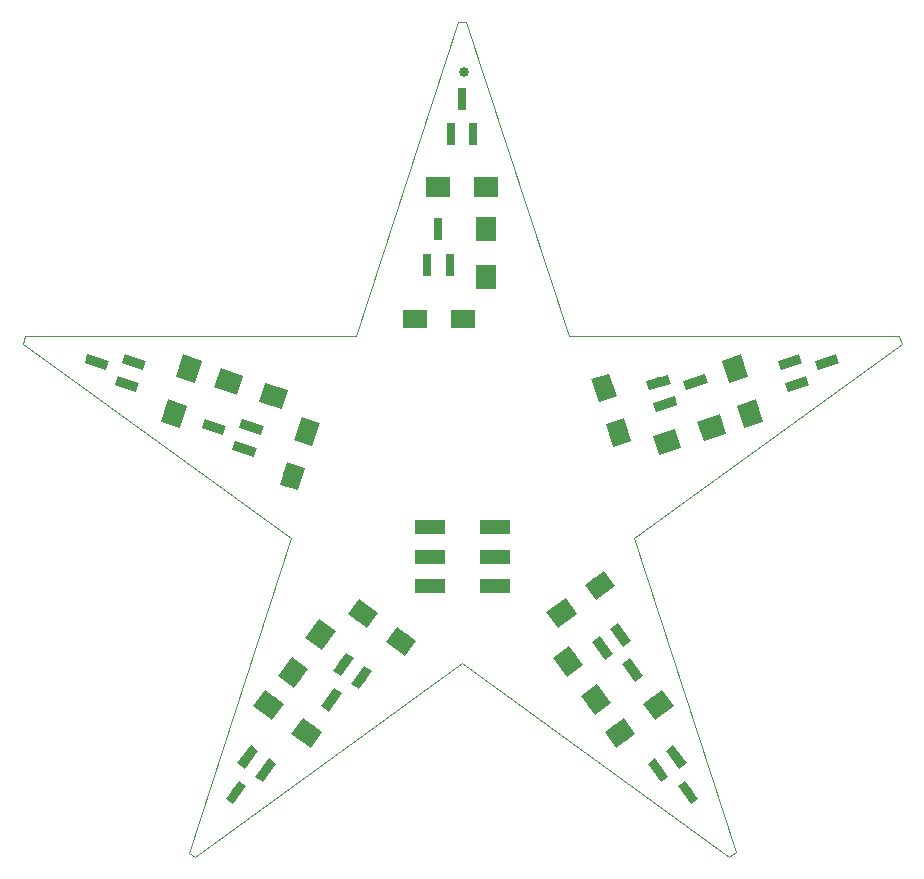
<source format=gts>
G04 #@! TF.GenerationSoftware,KiCad,Pcbnew,(5.0.0)*
G04 #@! TF.CreationDate,2018-11-25T22:53:09-05:00*
G04 #@! TF.ProjectId,Blink_Badge,426C696E6B5F42616467652E6B696361,B*
G04 #@! TF.SameCoordinates,Original*
G04 #@! TF.FileFunction,Soldermask,Top*
G04 #@! TF.FilePolarity,Negative*
%FSLAX46Y46*%
G04 Gerber Fmt 4.6, Leading zero omitted, Abs format (unit mm)*
G04 Created by KiCad (PCBNEW (5.0.0)) date 11/25/18 22:53:09*
%MOMM*%
%LPD*%
G01*
G04 APERTURE LIST*
%ADD10C,0.100000*%
%ADD11R,2.500000X1.200000*%
%ADD12R,2.000000X1.600000*%
%ADD13C,1.600000*%
%ADD14C,0.150000*%
%ADD15C,1.700000*%
%ADD16R,2.000000X1.700000*%
%ADD17R,1.700000X2.000000*%
%ADD18R,0.800000X1.900000*%
%ADD19C,0.800000*%
%ADD20C,0.850000*%
G04 APERTURE END LIST*
D10*
X159900000Y-140450000D02*
X160475000Y-140025000D01*
X114100000Y-140075000D02*
X114625000Y-140475000D01*
X100250000Y-96350000D02*
X100050000Y-96975000D01*
X136950000Y-69700000D02*
X137625000Y-69700000D01*
X174250000Y-96350000D02*
X174475000Y-97025000D01*
X174250000Y-96350000D02*
X146290000Y-96345000D01*
X137290000Y-123995000D02*
X114625000Y-140475000D01*
X159900000Y-140450000D02*
X137290000Y-123995000D01*
X151840000Y-113445000D02*
X160475000Y-140025000D01*
X174475000Y-97025000D02*
X151840000Y-113445000D01*
X122740000Y-113445000D02*
X114100000Y-140075000D01*
X100050000Y-96975000D02*
X122740000Y-113445000D01*
X128290000Y-96345000D02*
X100250000Y-96350000D01*
X136950000Y-69700000D02*
X128290000Y-96345000D01*
X137625000Y-69700000D02*
X146290000Y-96345000D01*
D11*
G04 #@! TO.C,S1*
X134540000Y-117500000D03*
X134540000Y-115000000D03*
X134540000Y-112500000D03*
X140040000Y-112500000D03*
X140040000Y-115000000D03*
X140040000Y-117500000D03*
G04 #@! TD*
D12*
G04 #@! TO.C,C1*
X137300000Y-94900000D03*
X133300000Y-94900000D03*
G04 #@! TD*
D13*
G04 #@! TO.C,C2*
X149281966Y-100697887D03*
D14*
G36*
X148212104Y-99994044D02*
X149733794Y-99499617D01*
X150351828Y-101401730D01*
X148830138Y-101896157D01*
X148212104Y-99994044D01*
X148212104Y-99994044D01*
G37*
D13*
X150518034Y-104502113D03*
D14*
G36*
X149448172Y-103798270D02*
X150969862Y-103303843D01*
X151587896Y-105205956D01*
X150066206Y-105700383D01*
X149448172Y-103798270D01*
X149448172Y-103798270D01*
G37*
G04 #@! TD*
D13*
G04 #@! TO.C,C3*
X145681966Y-119775571D03*
D14*
G36*
X146020755Y-118540572D02*
X146961211Y-119834999D01*
X145343177Y-121010570D01*
X144402721Y-119716143D01*
X146020755Y-118540572D01*
X146020755Y-118540572D01*
G37*
D13*
X148918034Y-117424429D03*
D14*
G36*
X149256823Y-116189430D02*
X150197279Y-117483857D01*
X148579245Y-118659428D01*
X147638789Y-117365001D01*
X149256823Y-116189430D01*
X149256823Y-116189430D01*
G37*
G04 #@! TD*
D13*
G04 #@! TO.C,C4*
X132118034Y-122175571D03*
D14*
G36*
X133397279Y-122116143D02*
X132456823Y-123410570D01*
X130838789Y-122234999D01*
X131779245Y-120940572D01*
X133397279Y-122116143D01*
X133397279Y-122116143D01*
G37*
D13*
X128881966Y-119824429D03*
D14*
G36*
X130161211Y-119765001D02*
X129220755Y-121059428D01*
X127602721Y-119883857D01*
X128543177Y-118589430D01*
X130161211Y-119765001D01*
X130161211Y-119765001D01*
G37*
G04 #@! TD*
D13*
G04 #@! TO.C,C5*
X124118034Y-104397887D03*
D14*
G36*
X124569862Y-105596157D02*
X123048172Y-105101730D01*
X123666206Y-103199617D01*
X125187896Y-103694044D01*
X124569862Y-105596157D01*
X124569862Y-105596157D01*
G37*
D13*
X122881966Y-108202113D03*
D14*
G36*
X123333794Y-109400383D02*
X121812104Y-108905956D01*
X122430138Y-107003843D01*
X123951828Y-107498270D01*
X123333794Y-109400383D01*
X123333794Y-109400383D01*
G37*
G04 #@! TD*
D15*
G04 #@! TO.C,R7*
X120881966Y-127574429D03*
D14*
G36*
X119573332Y-127674308D02*
X120572566Y-126298979D01*
X122190600Y-127474550D01*
X121191366Y-128849879D01*
X119573332Y-127674308D01*
X119573332Y-127674308D01*
G37*
D15*
X124118034Y-129925571D03*
D14*
G36*
X122809400Y-130025450D02*
X123808634Y-128650121D01*
X125426668Y-129825692D01*
X124427434Y-131201021D01*
X122809400Y-130025450D01*
X122809400Y-130025450D01*
G37*
G04 #@! TD*
D16*
G04 #@! TO.C,R1*
X135250000Y-83750000D03*
X139250000Y-83750000D03*
G04 #@! TD*
D15*
G04 #@! TO.C,R3*
X161618034Y-102902113D03*
D14*
G36*
X162735449Y-103590505D02*
X161118653Y-104115834D01*
X160500619Y-102213721D01*
X162117415Y-101688392D01*
X162735449Y-103590505D01*
X162735449Y-103590505D01*
G37*
D15*
X160381966Y-99097887D03*
D14*
G36*
X161499381Y-99786279D02*
X159882585Y-100311608D01*
X159264551Y-98409495D01*
X160881347Y-97884166D01*
X161499381Y-99786279D01*
X161499381Y-99786279D01*
G37*
G04 #@! TD*
D15*
G04 #@! TO.C,R4*
X158402113Y-104081966D03*
D14*
G36*
X157713721Y-105199381D02*
X157188392Y-103582585D01*
X159090505Y-102964551D01*
X159615834Y-104581347D01*
X157713721Y-105199381D01*
X157713721Y-105199381D01*
G37*
D15*
X154597887Y-105318034D03*
D14*
G36*
X153909495Y-106435449D02*
X153384166Y-104818653D01*
X155286279Y-104200619D01*
X155811608Y-105817415D01*
X153909495Y-106435449D01*
X153909495Y-106435449D01*
G37*
G04 #@! TD*
D15*
G04 #@! TO.C,R5*
X150631966Y-129925571D03*
D14*
G36*
X150322566Y-131201021D02*
X149323332Y-129825692D01*
X150941366Y-128650121D01*
X151940600Y-130025450D01*
X150322566Y-131201021D01*
X150322566Y-131201021D01*
G37*
D15*
X153868034Y-127574429D03*
D14*
G36*
X153558634Y-128849879D02*
X152559400Y-127474550D01*
X154177434Y-126298979D01*
X155176668Y-127674308D01*
X153558634Y-128849879D01*
X153558634Y-128849879D01*
G37*
G04 #@! TD*
D15*
G04 #@! TO.C,R9*
X112881966Y-102902113D03*
D14*
G36*
X112382585Y-101688392D02*
X113999381Y-102213721D01*
X113381347Y-104115834D01*
X111764551Y-103590505D01*
X112382585Y-101688392D01*
X112382585Y-101688392D01*
G37*
D15*
X114118034Y-99097887D03*
D14*
G36*
X113618653Y-97884166D02*
X115235449Y-98409495D01*
X114617415Y-100311608D01*
X113000619Y-99786279D01*
X113618653Y-97884166D01*
X113618653Y-97884166D01*
G37*
G04 #@! TD*
D15*
G04 #@! TO.C,R8*
X125275571Y-121581966D03*
D14*
G36*
X125175692Y-120273332D02*
X126551021Y-121272566D01*
X125375450Y-122890600D01*
X124000121Y-121891366D01*
X125175692Y-120273332D01*
X125175692Y-120273332D01*
G37*
D15*
X122924429Y-124818034D03*
D14*
G36*
X122824550Y-123509400D02*
X124199879Y-124508634D01*
X123024308Y-126126668D01*
X121648979Y-125127434D01*
X122824550Y-123509400D01*
X122824550Y-123509400D01*
G37*
G04 #@! TD*
D15*
G04 #@! TO.C,R6*
X148575571Y-127118034D03*
D14*
G36*
X147300121Y-126808634D02*
X148675450Y-125809400D01*
X149851021Y-127427434D01*
X148475692Y-128426668D01*
X147300121Y-126808634D01*
X147300121Y-126808634D01*
G37*
D15*
X146224429Y-123881966D03*
D14*
G36*
X144948979Y-123572566D02*
X146324308Y-122573332D01*
X147499879Y-124191366D01*
X146124550Y-125190600D01*
X144948979Y-123572566D01*
X144948979Y-123572566D01*
G37*
G04 #@! TD*
D15*
G04 #@! TO.C,R10*
X121302113Y-101418034D03*
D14*
G36*
X122515834Y-100918653D02*
X121990505Y-102535449D01*
X120088392Y-101917415D01*
X120613721Y-100300619D01*
X122515834Y-100918653D01*
X122515834Y-100918653D01*
G37*
D15*
X117497887Y-100181966D03*
D14*
G36*
X118711608Y-99682585D02*
X118186279Y-101299381D01*
X116284166Y-100681347D01*
X116809495Y-99064551D01*
X118711608Y-99682585D01*
X118711608Y-99682585D01*
G37*
G04 #@! TD*
D17*
G04 #@! TO.C,R2*
X139300000Y-87300000D03*
X139300000Y-91300000D03*
G04 #@! TD*
D18*
G04 #@! TO.C,D1*
X137250000Y-76250000D03*
X138200000Y-79250000D03*
X136300000Y-79250000D03*
G04 #@! TD*
D19*
G04 #@! TO.C,D2*
X168176585Y-98536475D03*
D14*
G36*
X167396688Y-99210464D02*
X167149475Y-98449619D01*
X168956482Y-97862486D01*
X169203695Y-98623331D01*
X167396688Y-99210464D01*
X167396688Y-99210464D01*
G37*
D19*
X165616981Y-100367029D03*
D14*
G36*
X164837084Y-101041018D02*
X164589871Y-100280173D01*
X166396878Y-99693040D01*
X166644091Y-100453885D01*
X164837084Y-101041018D01*
X164837084Y-101041018D01*
G37*
D19*
X165029849Y-98560022D03*
D14*
G36*
X164249952Y-99234011D02*
X164002739Y-98473166D01*
X165809746Y-97886033D01*
X166056959Y-98646878D01*
X164249952Y-99234011D01*
X164249952Y-99234011D01*
G37*
G04 #@! TD*
D19*
G04 #@! TO.C,D3*
X155386888Y-131978079D03*
D14*
G36*
X154504885Y-131444627D02*
X155152099Y-130974399D01*
X156268891Y-132511531D01*
X155621677Y-132981759D01*
X154504885Y-131444627D01*
X154504885Y-131444627D01*
G37*
D19*
X153849756Y-133094870D03*
D14*
G36*
X152967753Y-132561418D02*
X153614967Y-132091190D01*
X154731759Y-133628322D01*
X154084545Y-134098550D01*
X152967753Y-132561418D01*
X152967753Y-132561418D01*
G37*
D19*
X156381678Y-134963525D03*
D14*
G36*
X155499675Y-134430073D02*
X156146889Y-133959845D01*
X157263681Y-135496977D01*
X156616467Y-135967205D01*
X155499675Y-134430073D01*
X155499675Y-134430073D01*
G37*
G04 #@! TD*
D19*
G04 #@! TO.C,D5*
X106323415Y-98536475D03*
D14*
G36*
X107350525Y-98449619D02*
X107103312Y-99210464D01*
X105296305Y-98623331D01*
X105543518Y-97862486D01*
X107350525Y-98449619D01*
X107350525Y-98449619D01*
G37*
D19*
X109470151Y-98560022D03*
D14*
G36*
X110497261Y-98473166D02*
X110250048Y-99234011D01*
X108443041Y-98646878D01*
X108690254Y-97886033D01*
X110497261Y-98473166D01*
X110497261Y-98473166D01*
G37*
D19*
X108883019Y-100367029D03*
D14*
G36*
X109910129Y-100280173D02*
X109662916Y-101041018D01*
X107855909Y-100453885D01*
X108103122Y-99693040D01*
X109910129Y-100280173D01*
X109910129Y-100280173D01*
G37*
G04 #@! TD*
D18*
G04 #@! TO.C,Q1*
X134300000Y-90300000D03*
X136200000Y-90300000D03*
X135250000Y-87300000D03*
G04 #@! TD*
D19*
G04 #@! TO.C,Q2*
X157026585Y-100236475D03*
D14*
G36*
X156246688Y-100910464D02*
X155999475Y-100149619D01*
X157806482Y-99562486D01*
X158053695Y-100323331D01*
X156246688Y-100910464D01*
X156246688Y-100910464D01*
G37*
D19*
X154466981Y-102067029D03*
D14*
G36*
X153687084Y-102741018D02*
X153439871Y-101980173D01*
X155246878Y-101393040D01*
X155494091Y-102153885D01*
X153687084Y-102741018D01*
X153687084Y-102741018D01*
G37*
D19*
X153879849Y-100260022D03*
D14*
G36*
X153099952Y-100934011D02*
X152852739Y-100173166D01*
X154659746Y-99586033D01*
X154906959Y-100346878D01*
X153099952Y-100934011D01*
X153099952Y-100934011D01*
G37*
G04 #@! TD*
D19*
G04 #@! TO.C,Q3*
X150686888Y-121628079D03*
D14*
G36*
X149804885Y-121094627D02*
X150452099Y-120624399D01*
X151568891Y-122161531D01*
X150921677Y-122631759D01*
X149804885Y-121094627D01*
X149804885Y-121094627D01*
G37*
D19*
X149149756Y-122744870D03*
D14*
G36*
X148267753Y-122211418D02*
X148914967Y-121741190D01*
X150031759Y-123278322D01*
X149384545Y-123748550D01*
X148267753Y-122211418D01*
X148267753Y-122211418D01*
G37*
D19*
X151681678Y-124613525D03*
D14*
G36*
X150799675Y-124080073D02*
X151446889Y-123609845D01*
X152563681Y-125146977D01*
X151916467Y-125617205D01*
X150799675Y-124080073D01*
X150799675Y-124080073D01*
G37*
G04 #@! TD*
D19*
G04 #@! TO.C,Q4*
X126218322Y-127113525D03*
D14*
G36*
X126453111Y-126109845D02*
X127100325Y-126580073D01*
X125983533Y-128117205D01*
X125336319Y-127646977D01*
X126453111Y-126109845D01*
X126453111Y-126109845D01*
G37*
D19*
X127213112Y-124128079D03*
D14*
G36*
X127447901Y-123124399D02*
X128095115Y-123594627D01*
X126978323Y-125131759D01*
X126331109Y-124661531D01*
X127447901Y-123124399D01*
X127447901Y-123124399D01*
G37*
D19*
X128750244Y-125244870D03*
D14*
G36*
X128985033Y-124241190D02*
X129632247Y-124711418D01*
X128515455Y-126248550D01*
X127868241Y-125778322D01*
X128985033Y-124241190D01*
X128985033Y-124241190D01*
G37*
G04 #@! TD*
D19*
G04 #@! TO.C,Q5*
X118833019Y-105867029D03*
D14*
G36*
X119860129Y-105780173D02*
X119612916Y-106541018D01*
X117805909Y-105953885D01*
X118053122Y-105193040D01*
X119860129Y-105780173D01*
X119860129Y-105780173D01*
G37*
D19*
X119420151Y-104060022D03*
D14*
G36*
X120447261Y-103973166D02*
X120200048Y-104734011D01*
X118393041Y-104146878D01*
X118640254Y-103386033D01*
X120447261Y-103973166D01*
X120447261Y-103973166D01*
G37*
D19*
X116273415Y-104036475D03*
D14*
G36*
X117300525Y-103949619D02*
X117053312Y-104710464D01*
X115246305Y-104123331D01*
X115493518Y-103362486D01*
X117300525Y-103949619D01*
X117300525Y-103949619D01*
G37*
G04 #@! TD*
D19*
G04 #@! TO.C,D4*
X118118322Y-134963525D03*
D14*
G36*
X118353111Y-133959845D02*
X119000325Y-134430073D01*
X117883533Y-135967205D01*
X117236319Y-135496977D01*
X118353111Y-133959845D01*
X118353111Y-133959845D01*
G37*
D19*
X119113112Y-131978079D03*
D14*
G36*
X119347901Y-130974399D02*
X119995115Y-131444627D01*
X118878323Y-132981759D01*
X118231109Y-132511531D01*
X119347901Y-130974399D01*
X119347901Y-130974399D01*
G37*
D19*
X120650244Y-133094870D03*
D14*
G36*
X120885033Y-132091190D02*
X121532247Y-132561418D01*
X120415455Y-134098550D01*
X119768241Y-133628322D01*
X120885033Y-132091190D01*
X120885033Y-132091190D01*
G37*
G04 #@! TD*
D20*
G04 #@! TO.C,MH1*
X137380000Y-74000000D03*
G04 #@! TD*
M02*

</source>
